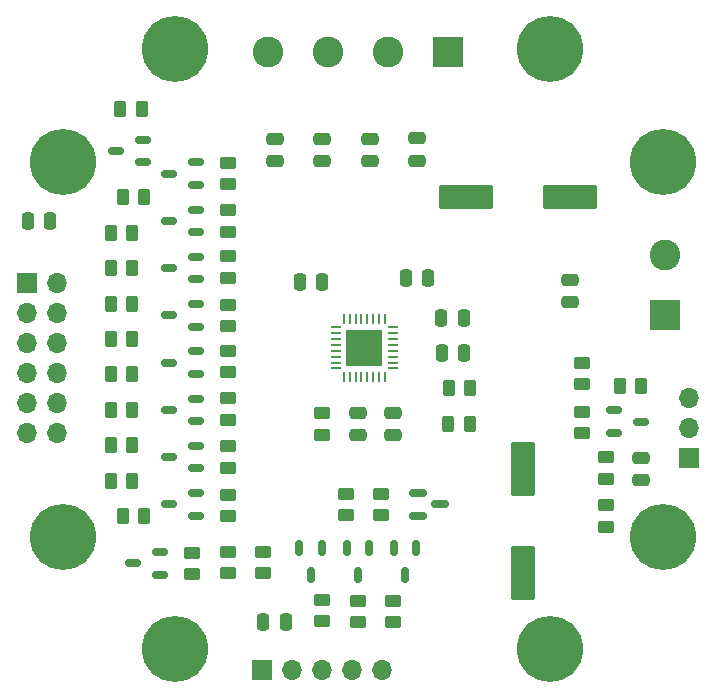
<source format=gbr>
%TF.GenerationSoftware,KiCad,Pcbnew,8.0.1*%
%TF.CreationDate,2024-04-05T15:31:18-07:00*%
%TF.ProjectId,TMC2240Breakout,544d4332-3234-4304-9272-65616b6f7574,rev?*%
%TF.SameCoordinates,Original*%
%TF.FileFunction,Soldermask,Top*%
%TF.FilePolarity,Negative*%
%FSLAX46Y46*%
G04 Gerber Fmt 4.6, Leading zero omitted, Abs format (unit mm)*
G04 Created by KiCad (PCBNEW 8.0.1) date 2024-04-05 15:31:18*
%MOMM*%
%LPD*%
G01*
G04 APERTURE LIST*
G04 Aperture macros list*
%AMRoundRect*
0 Rectangle with rounded corners*
0 $1 Rounding radius*
0 $2 $3 $4 $5 $6 $7 $8 $9 X,Y pos of 4 corners*
0 Add a 4 corners polygon primitive as box body*
4,1,4,$2,$3,$4,$5,$6,$7,$8,$9,$2,$3,0*
0 Add four circle primitives for the rounded corners*
1,1,$1+$1,$2,$3*
1,1,$1+$1,$4,$5*
1,1,$1+$1,$6,$7*
1,1,$1+$1,$8,$9*
0 Add four rect primitives between the rounded corners*
20,1,$1+$1,$2,$3,$4,$5,0*
20,1,$1+$1,$4,$5,$6,$7,0*
20,1,$1+$1,$6,$7,$8,$9,0*
20,1,$1+$1,$8,$9,$2,$3,0*%
%AMFreePoly0*
4,1,14,0.340806,0.106694,0.394194,0.053306,0.412500,0.009112,0.412500,-0.062500,0.394194,-0.106694,0.350000,-0.125000,-0.350000,-0.125000,-0.394194,-0.106694,-0.412500,-0.062500,-0.412500,0.062500,-0.394194,0.106694,-0.350000,0.125000,0.296612,0.125000,0.340806,0.106694,0.340806,0.106694,$1*%
%AMFreePoly1*
4,1,14,0.394194,0.106694,0.412500,0.062500,0.412500,-0.009112,0.394194,-0.053306,0.340806,-0.106694,0.296612,-0.125000,-0.350000,-0.125000,-0.394194,-0.106694,-0.412500,-0.062500,-0.412500,0.062500,-0.394194,0.106694,-0.350000,0.125000,0.350000,0.125000,0.394194,0.106694,0.394194,0.106694,$1*%
%AMFreePoly2*
4,1,14,0.106694,0.394194,0.125000,0.350000,0.125000,-0.350000,0.106694,-0.394194,0.062500,-0.412500,-0.062500,-0.412500,-0.106694,-0.394194,-0.125000,-0.350000,-0.125000,0.296612,-0.106694,0.340806,-0.053306,0.394194,-0.009112,0.412500,0.062500,0.412500,0.106694,0.394194,0.106694,0.394194,$1*%
%AMFreePoly3*
4,1,14,0.053306,0.394194,0.106694,0.340806,0.125000,0.296612,0.125000,-0.350000,0.106694,-0.394194,0.062500,-0.412500,-0.062500,-0.412500,-0.106694,-0.394194,-0.125000,-0.350000,-0.125000,0.350000,-0.106694,0.394194,-0.062500,0.412500,0.009112,0.412500,0.053306,0.394194,0.053306,0.394194,$1*%
%AMFreePoly4*
4,1,14,0.394194,0.106694,0.412500,0.062500,0.412500,-0.062500,0.394194,-0.106694,0.350000,-0.125000,-0.296612,-0.125000,-0.340806,-0.106694,-0.394194,-0.053306,-0.412500,-0.009112,-0.412500,0.062500,-0.394194,0.106694,-0.350000,0.125000,0.350000,0.125000,0.394194,0.106694,0.394194,0.106694,$1*%
%AMFreePoly5*
4,1,14,0.394194,0.106694,0.412500,0.062500,0.412500,-0.062500,0.394194,-0.106694,0.350000,-0.125000,-0.350000,-0.125000,-0.394194,-0.106694,-0.412500,-0.062500,-0.412500,0.009112,-0.394194,0.053306,-0.340806,0.106694,-0.296612,0.125000,0.350000,0.125000,0.394194,0.106694,0.394194,0.106694,$1*%
%AMFreePoly6*
4,1,14,0.106694,0.394194,0.125000,0.350000,0.125000,-0.296612,0.106694,-0.340806,0.053306,-0.394194,0.009112,-0.412500,-0.062500,-0.412500,-0.106694,-0.394194,-0.125000,-0.350000,-0.125000,0.350000,-0.106694,0.394194,-0.062500,0.412500,0.062500,0.412500,0.106694,0.394194,0.106694,0.394194,$1*%
%AMFreePoly7*
4,1,14,0.106694,0.394194,0.125000,0.350000,0.125000,-0.350000,0.106694,-0.394194,0.062500,-0.412500,-0.009112,-0.412500,-0.053306,-0.394194,-0.106694,-0.340806,-0.125000,-0.296612,-0.125000,0.350000,-0.106694,0.394194,-0.062500,0.412500,0.062500,0.412500,0.106694,0.394194,0.106694,0.394194,$1*%
G04 Aperture macros list end*
%ADD10R,1.700000X1.700000*%
%ADD11O,1.700000X1.700000*%
%ADD12RoundRect,0.250000X-0.475000X0.250000X-0.475000X-0.250000X0.475000X-0.250000X0.475000X0.250000X0*%
%ADD13RoundRect,0.250000X0.450000X-0.262500X0.450000X0.262500X-0.450000X0.262500X-0.450000X-0.262500X0*%
%ADD14RoundRect,0.150000X-0.150000X0.512500X-0.150000X-0.512500X0.150000X-0.512500X0.150000X0.512500X0*%
%ADD15RoundRect,0.250000X-0.262500X-0.450000X0.262500X-0.450000X0.262500X0.450000X-0.262500X0.450000X0*%
%ADD16RoundRect,0.250000X-0.450000X0.262500X-0.450000X-0.262500X0.450000X-0.262500X0.450000X0.262500X0*%
%ADD17FreePoly0,90.000000*%
%ADD18RoundRect,0.062500X0.062500X-0.350000X0.062500X0.350000X-0.062500X0.350000X-0.062500X-0.350000X0*%
%ADD19FreePoly1,90.000000*%
%ADD20FreePoly2,90.000000*%
%ADD21RoundRect,0.062500X0.350000X-0.062500X0.350000X0.062500X-0.350000X0.062500X-0.350000X-0.062500X0*%
%ADD22FreePoly3,90.000000*%
%ADD23FreePoly4,90.000000*%
%ADD24FreePoly5,90.000000*%
%ADD25FreePoly6,90.000000*%
%ADD26FreePoly7,90.000000*%
%ADD27R,3.100000X3.100000*%
%ADD28C,5.600000*%
%ADD29RoundRect,0.250000X-0.250000X-0.475000X0.250000X-0.475000X0.250000X0.475000X-0.250000X0.475000X0*%
%ADD30RoundRect,0.250001X-2.049999X-0.799999X2.049999X-0.799999X2.049999X0.799999X-2.049999X0.799999X0*%
%ADD31RoundRect,0.150000X0.512500X0.150000X-0.512500X0.150000X-0.512500X-0.150000X0.512500X-0.150000X0*%
%ADD32RoundRect,0.250000X0.250000X0.475000X-0.250000X0.475000X-0.250000X-0.475000X0.250000X-0.475000X0*%
%ADD33R,2.600000X2.600000*%
%ADD34C,2.600000*%
%ADD35RoundRect,0.250001X-0.799999X2.049999X-0.799999X-2.049999X0.799999X-2.049999X0.799999X2.049999X0*%
%ADD36RoundRect,0.150000X-0.512500X-0.150000X0.512500X-0.150000X0.512500X0.150000X-0.512500X0.150000X0*%
%ADD37RoundRect,0.150000X-0.587500X-0.150000X0.587500X-0.150000X0.587500X0.150000X-0.587500X0.150000X0*%
%ADD38RoundRect,0.250000X0.262500X0.450000X-0.262500X0.450000X-0.262500X-0.450000X0.262500X-0.450000X0*%
G04 APERTURE END LIST*
D10*
%TO.C,J13*%
X97000000Y-130300000D03*
D11*
X99540000Y-130300000D03*
X97000000Y-132840000D03*
X99540000Y-132840000D03*
X97000000Y-135380000D03*
X99540000Y-135380000D03*
X97000000Y-137920000D03*
X99540000Y-137920000D03*
X97000000Y-140460000D03*
X99540000Y-140460000D03*
X97000000Y-143000000D03*
X99540000Y-143000000D03*
%TD*%
D12*
%TO.C,C3*%
X143000000Y-130000000D03*
X143000000Y-131900000D03*
%TD*%
D13*
%TO.C,R7*%
X124000000Y-149925000D03*
X124000000Y-148100000D03*
%TD*%
D14*
%TO.C,D3*%
X125950000Y-152725000D03*
X124050000Y-152725000D03*
X125000000Y-155000000D03*
%TD*%
D12*
%TO.C,C8*%
X126000000Y-118050000D03*
X126000000Y-119950000D03*
%TD*%
D15*
%TO.C,R20*%
X104087500Y-135000000D03*
X105912500Y-135000000D03*
%TD*%
D16*
%TO.C,R10*%
X117000000Y-153000000D03*
X117000000Y-154825000D03*
%TD*%
%TO.C,R27*%
X114000000Y-120087500D03*
X114000000Y-121912500D03*
%TD*%
%TO.C,R6*%
X127000000Y-148087500D03*
X127000000Y-149912500D03*
%TD*%
D17*
%TO.C,U1*%
X123812500Y-138187500D03*
D18*
X124312500Y-138187500D03*
X124812500Y-138187500D03*
X125312500Y-138187500D03*
X125812500Y-138187500D03*
X126312500Y-138187500D03*
X126812500Y-138187500D03*
D19*
X127312500Y-138187500D03*
D20*
X128000000Y-137500000D03*
D21*
X128000000Y-137000000D03*
X128000000Y-136500000D03*
X128000000Y-136000000D03*
X128000000Y-135500000D03*
X128000000Y-135000000D03*
X128000000Y-134500000D03*
D22*
X128000000Y-134000000D03*
D23*
X127312500Y-133312500D03*
D18*
X126812500Y-133312500D03*
X126312500Y-133312500D03*
X125812500Y-133312500D03*
X125312500Y-133312500D03*
X124812500Y-133312500D03*
X124312500Y-133312500D03*
D24*
X123812500Y-133312500D03*
D25*
X123125000Y-134000000D03*
D21*
X123125000Y-134500000D03*
X123125000Y-135000000D03*
X123125000Y-135500000D03*
X123125000Y-136000000D03*
X123125000Y-136500000D03*
X123125000Y-137000000D03*
D26*
X123125000Y-137500000D03*
D27*
X125562500Y-135750000D03*
%TD*%
D28*
%TO.C,J10*%
X141275000Y-161275000D03*
%TD*%
%TO.C,J5*%
X100000000Y-120000000D03*
%TD*%
D12*
%TO.C,C12*%
X128000000Y-141237500D03*
X128000000Y-143137500D03*
%TD*%
D16*
%TO.C,R2*%
X146000000Y-149087500D03*
X146000000Y-150912500D03*
%TD*%
D29*
%TO.C,C10*%
X129050000Y-129800000D03*
X130950000Y-129800000D03*
%TD*%
D30*
%TO.C,C4*%
X134200000Y-123000000D03*
X143000000Y-123000000D03*
%TD*%
D13*
%TO.C,R12*%
X144000000Y-138825000D03*
X144000000Y-137000000D03*
%TD*%
D15*
%TO.C,R24*%
X104087500Y-126000000D03*
X105912500Y-126000000D03*
%TD*%
%TO.C,R22*%
X104087500Y-129000000D03*
X105912500Y-129000000D03*
%TD*%
D31*
%TO.C,D12*%
X111275000Y-129950000D03*
X111275000Y-128050000D03*
X109000000Y-129000000D03*
%TD*%
D28*
%TO.C,J12*%
X141275000Y-110475000D03*
%TD*%
%TO.C,J6*%
X100000000Y-151750000D03*
%TD*%
D13*
%TO.C,R9*%
X144000000Y-143000000D03*
X144000000Y-141175000D03*
%TD*%
%TO.C,R31*%
X114000000Y-145912500D03*
X114000000Y-144087500D03*
%TD*%
D32*
%TO.C,C13*%
X122000000Y-130187500D03*
X120100000Y-130187500D03*
%TD*%
D12*
%TO.C,C11*%
X130000000Y-118000000D03*
X130000000Y-119900000D03*
%TD*%
D13*
%TO.C,R3*%
X128000000Y-159000000D03*
X128000000Y-157175000D03*
%TD*%
D16*
%TO.C,R26*%
X114000000Y-148175000D03*
X114000000Y-150000000D03*
%TD*%
D12*
%TO.C,C14*%
X122000000Y-118050000D03*
X122000000Y-119950000D03*
%TD*%
D31*
%TO.C,D10*%
X111275000Y-137950000D03*
X111275000Y-136050000D03*
X109000000Y-137000000D03*
%TD*%
D14*
%TO.C,D2*%
X129950000Y-152725000D03*
X128050000Y-152725000D03*
X129000000Y-155000000D03*
%TD*%
D15*
%TO.C,R18*%
X104087500Y-141000000D03*
X105912500Y-141000000D03*
%TD*%
D33*
%TO.C,J4*%
X132620000Y-110695000D03*
D34*
X127540000Y-110695000D03*
X122460000Y-110695000D03*
X117380000Y-110695000D03*
%TD*%
D35*
%TO.C,C7*%
X139000000Y-146000000D03*
X139000000Y-154800000D03*
%TD*%
D13*
%TO.C,R33*%
X114000000Y-137825000D03*
X114000000Y-136000000D03*
%TD*%
D12*
%TO.C,C15*%
X118000000Y-118050000D03*
X118000000Y-119950000D03*
%TD*%
D28*
%TO.C,J8*%
X150800000Y-151750000D03*
%TD*%
D36*
%TO.C,D1*%
X146725000Y-141050000D03*
X146725000Y-142950000D03*
X149000000Y-142000000D03*
%TD*%
D31*
%TO.C,D13*%
X111275000Y-121950000D03*
X111275000Y-120050000D03*
X109000000Y-121000000D03*
%TD*%
D15*
%TO.C,R25*%
X105087500Y-123000000D03*
X106912500Y-123000000D03*
%TD*%
D13*
%TO.C,R4*%
X125000000Y-159000000D03*
X125000000Y-157175000D03*
%TD*%
D16*
%TO.C,R11*%
X114000000Y-153000000D03*
X114000000Y-154825000D03*
%TD*%
D28*
%TO.C,J9*%
X109525000Y-161275000D03*
%TD*%
%TO.C,J7*%
X150800000Y-120000000D03*
%TD*%
D15*
%TO.C,R17*%
X105087500Y-150000000D03*
X106912500Y-150000000D03*
%TD*%
D31*
%TO.C,D6*%
X108275000Y-154950000D03*
X108275000Y-153050000D03*
X106000000Y-154000000D03*
%TD*%
%TO.C,D5*%
X111275000Y-149950000D03*
X111275000Y-148050000D03*
X109000000Y-149000000D03*
%TD*%
%TO.C,D8*%
X111275000Y-145950000D03*
X111275000Y-144050000D03*
X109000000Y-145000000D03*
%TD*%
D13*
%TO.C,R15*%
X122000000Y-143100000D03*
X122000000Y-141275000D03*
%TD*%
D29*
%TO.C,C5*%
X132050000Y-133187500D03*
X133950000Y-133187500D03*
%TD*%
D12*
%TO.C,C9*%
X125000000Y-141237500D03*
X125000000Y-143137500D03*
%TD*%
D13*
%TO.C,R32*%
X114000000Y-133912500D03*
X114000000Y-132087500D03*
%TD*%
D32*
%TO.C,C2*%
X118900000Y-159000000D03*
X117000000Y-159000000D03*
%TD*%
D37*
%TO.C,Q1*%
X130125000Y-148050000D03*
X130125000Y-149950000D03*
X132000000Y-149000000D03*
%TD*%
D14*
%TO.C,D4*%
X121950000Y-152725000D03*
X120050000Y-152725000D03*
X121000000Y-155000000D03*
%TD*%
D38*
%TO.C,R13*%
X134500000Y-142200000D03*
X132675000Y-142200000D03*
%TD*%
D32*
%TO.C,C16*%
X98950000Y-125000000D03*
X97050000Y-125000000D03*
%TD*%
D33*
%TO.C,J3*%
X151000000Y-133000000D03*
D34*
X151000000Y-127920000D03*
%TD*%
D15*
%TO.C,R23*%
X104087500Y-132000000D03*
X105912500Y-132000000D03*
%TD*%
D10*
%TO.C,J1*%
X153000000Y-145080000D03*
D11*
X153000000Y-142540000D03*
X153000000Y-140000000D03*
%TD*%
D31*
%TO.C,D7*%
X111275000Y-141950000D03*
X111275000Y-140050000D03*
X109000000Y-141000000D03*
%TD*%
D16*
%TO.C,R8*%
X146000000Y-145000000D03*
X146000000Y-146825000D03*
%TD*%
D31*
%TO.C,D9*%
X111275000Y-133950000D03*
X111275000Y-132050000D03*
X109000000Y-133000000D03*
%TD*%
D38*
%TO.C,R1*%
X149000000Y-139000000D03*
X147175000Y-139000000D03*
%TD*%
D15*
%TO.C,R21*%
X104087500Y-138000000D03*
X105912500Y-138000000D03*
%TD*%
D13*
%TO.C,R30*%
X114000000Y-141825000D03*
X114000000Y-140000000D03*
%TD*%
%TO.C,R5*%
X122000000Y-158912500D03*
X122000000Y-157087500D03*
%TD*%
D31*
%TO.C,D14*%
X104500000Y-119100000D03*
X106775000Y-118150000D03*
X106775000Y-120050000D03*
%TD*%
D38*
%TO.C,R28*%
X106712500Y-115500000D03*
X104887500Y-115500000D03*
%TD*%
%TO.C,R14*%
X134512500Y-139187500D03*
X132687500Y-139187500D03*
%TD*%
D13*
%TO.C,R29*%
X111000000Y-154912500D03*
X111000000Y-153087500D03*
%TD*%
D31*
%TO.C,D11*%
X111275000Y-125950000D03*
X111275000Y-124050000D03*
X109000000Y-125000000D03*
%TD*%
D13*
%TO.C,R35*%
X114000000Y-129825000D03*
X114000000Y-128000000D03*
%TD*%
D29*
%TO.C,C6*%
X132100000Y-136187500D03*
X134000000Y-136187500D03*
%TD*%
D28*
%TO.C,J11*%
X109525000Y-110475000D03*
%TD*%
D15*
%TO.C,R19*%
X104087500Y-144000000D03*
X105912500Y-144000000D03*
%TD*%
D10*
%TO.C,J2*%
X116920000Y-163000000D03*
D11*
X119460000Y-163000000D03*
X122000000Y-163000000D03*
X124540000Y-163000000D03*
X127080000Y-163000000D03*
%TD*%
D13*
%TO.C,R34*%
X114000000Y-125912500D03*
X114000000Y-124087500D03*
%TD*%
D12*
%TO.C,C1*%
X149000000Y-145050000D03*
X149000000Y-146950000D03*
%TD*%
D15*
%TO.C,R16*%
X104087500Y-147000000D03*
X105912500Y-147000000D03*
%TD*%
M02*

</source>
